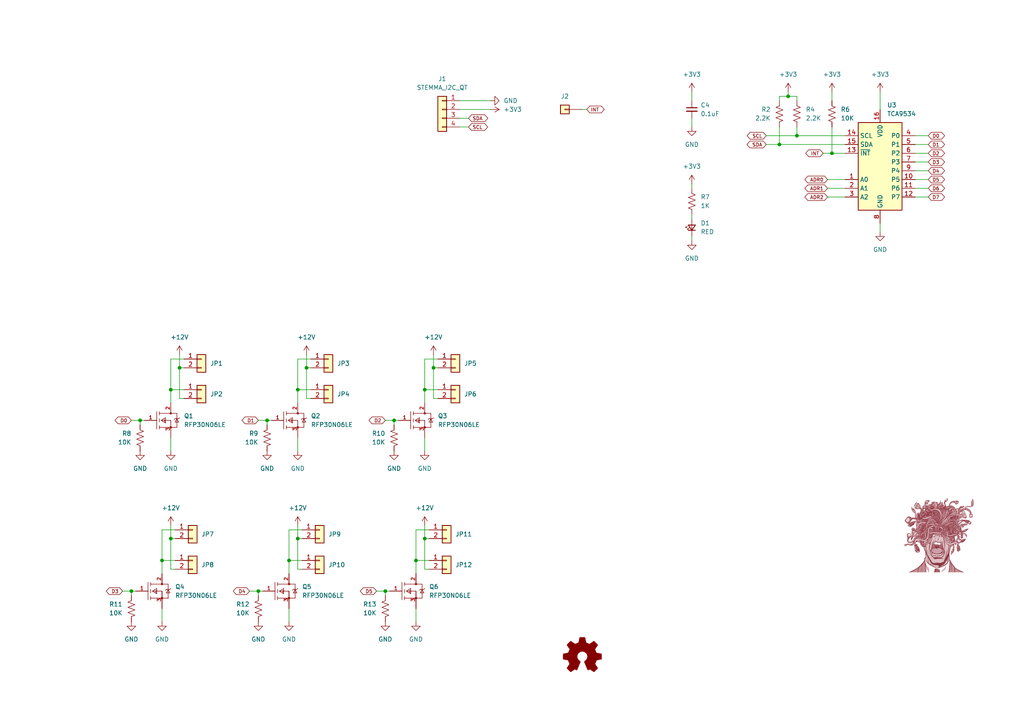
<source format=kicad_sch>
(kicad_sch (version 20211123) (generator eeschema)
  (paper "A4")
  (title_block (title "PWRBOX") (date "2022-02-03") (rev "0.1") (company "NascentMaker") (comment 1 "nascentmaker.com") (comment 2 "https://creativecommons.org/licenses/by-sa/4.0/") (comment 3 "Attribution Share-Alike 4.0 License") (comment 4 "Released under the Creative Commons"))
  (lib_symbols
    (symbol "Connector_Generic:Conn_01x01" (pin_numbers hide) (pin_names (offset 1.016) hide)
      (property "Reference" "J" (at 0 2.54 0))
      (property "Value" "Conn_01x01" (at 0 -2.54 0))
      (symbol "Conn_01x01_1_1"
        (rectangle (start -1.27 0.127) (end 0 -0.127) (stroke (width 0.1524)))
        (rectangle (start -1.27 1.27) (end 1.27 -1.27) (stroke (width 0.254)) (fill (type background)))
        (pin passive line (at -5.08 0 0) (length 3.81) (name "Pin_1") (number "1"))
      )
    )
    (symbol "Connector_Generic:Conn_01x02" (pin_names (offset 1.016) hide)
      (property "Reference" "J" (at 0 2.54 0))
      (property "Value" "Conn_01x02" (at 0 -5.08 0))
      (symbol "Conn_01x02_1_1"
        (rectangle (start -1.27 -2.413) (end 0 -2.667) (stroke (width 0.1524)))
        (rectangle (start -1.27 0.127) (end 0 -0.127) (stroke (width 0.1524)))
        (rectangle (start -1.27 1.27) (end 1.27 -3.81) (stroke (width 0.254)) (fill (type background)))
        (pin passive line (at -5.08 0 0) (length 3.81) (name "Pin_1") (number "1"))
        (pin passive line (at -5.08 -2.54 0) (length 3.81) (name "Pin_2") (number "2"))
      )
    )
    (symbol "Connector_Generic:Conn_01x04" (pin_names (offset 1.016) hide)
      (property "Reference" "J" (at 0 5.08 0))
      (property "Value" "Conn_01x04" (at 0 -7.62 0))
      (symbol "Conn_01x04_1_1"
        (rectangle (start -1.27 -4.953) (end 0 -5.207) (stroke (width 0.1524)))
        (rectangle (start -1.27 -2.413) (end 0 -2.667) (stroke (width 0.1524)))
        (rectangle (start -1.27 0.127) (end 0 -0.127) (stroke (width 0.1524)))
        (rectangle (start -1.27 2.667) (end 0 2.413) (stroke (width 0.1524)))
        (rectangle (start -1.27 3.81) (end 1.27 -6.35) (stroke (width 0.254)) (fill (type background)))
        (pin passive line (at -5.08 2.54 0) (length 3.81) (name "Pin_1") (number "1"))
        (pin passive line (at -5.08 0 0) (length 3.81) (name "Pin_2") (number "2"))
        (pin passive line (at -5.08 -2.54 0) (length 3.81) (name "Pin_3") (number "3"))
        (pin passive line (at -5.08 -5.08 0) (length 3.81) (name "Pin_4") (number "4"))
      )
    )
    (symbol "Device:C_Small" (pin_numbers hide) (pin_names (offset 0.254) hide)
      (property "Reference" "C" (at 0.254 1.778 0))
      (property "Value" "C_Small" (at 0.254 -2.032 0))
      (symbol "C_Small_0_1"
        (polyline (pts (xy -1.524 -0.508) (xy 1.524 -0.508)) (stroke (width 0.3302)))
        (polyline (pts (xy -1.524 0.508) (xy 1.524 0.508)) (stroke (width 0.3048)))
      )
      (symbol "C_Small_1_1"
        (pin passive line (at 0 2.54 270) (length 2.032) (name "~") (number "1"))
        (pin passive line (at 0 -2.54 90) (length 2.032) (name "~") (number "2"))
      )
    )
    (symbol "Device:LED_Small" (pin_numbers hide) (pin_names (offset 0.254) hide)
      (property "Reference" "D" (at -1.27 3.175 0))
      (property "Value" "LED_Small" (at -4.445 -2.54 0))
      (symbol "LED_Small_0_1"
        (polyline (pts (xy -0.762 -1.016) (xy -0.762 1.016)) (stroke (width 0.254)))
        (polyline (pts (xy 1.016 0) (xy -0.762 0)))
        (polyline (pts (xy 0.762 -1.016) (xy -0.762 0) (xy 0.762 1.016) (xy 0.762 -1.016)) (stroke (width 0.254)))
        (polyline (pts (xy 0 0.762) (xy -0.508 1.27) (xy -0.254 1.27) (xy -0.508 1.27) (xy -0.508 1.016)))
        (polyline (pts (xy 0.508 1.27) (xy 0 1.778) (xy 0.254 1.778) (xy 0 1.778) (xy 0 1.524)))
      )
      (symbol "LED_Small_1_1"
        (pin passive line (at -2.54 0 0) (length 1.778) (name "K") (number "1"))
        (pin passive line (at 2.54 0 180) (length 1.778) (name "A") (number "2"))
      )
    )
    (symbol "Device:R_US" (pin_numbers hide) (pin_names (offset 0))
      (property "Reference" "R" (at 2.54 0 90))
      (property "Value" "R_US" (at -2.54 0 90))
      (symbol "R_US_0_1"
        (polyline (pts (xy 0 -2.286) (xy 0 -2.54)))
        (polyline (pts (xy 0 2.286) (xy 0 2.54)))
        (polyline (pts (xy 0 -0.762) (xy 1.016 -1.143) (xy 0 -1.524) (xy -1.016 -1.905) (xy 0 -2.286)))
        (polyline (pts (xy 0 0.762) (xy 1.016 0.381) (xy 0 0) (xy -1.016 -0.381) (xy 0 -0.762)))
        (polyline (pts (xy 0 2.286) (xy 1.016 1.905) (xy 0 1.524) (xy -1.016 1.143) (xy 0 0.762)))
      )
      (symbol "R_US_1_1"
        (pin passive line (at 0 3.81 270) (length 1.27) (name "~") (number "1"))
        (pin passive line (at 0 -3.81 90) (length 1.27) (name "~") (number "2"))
      )
    )
    (symbol "Graphic:Logo_Open_Hardware_Small" (pin_names (offset 1.016))
      (symbol "Logo_Open_Hardware_Small_0_1"
        (polyline (pts (xy 3.3528 -4.3434) (xy 3.302 -4.318) (xy 3.175 -4.2418) (xy 2.9972 -4.1148) (xy 2.7686 -3.9624) (xy 2.54 -3.81) (xy 2.3622 -3.7084) (xy 2.2352 -3.6068) (xy 2.1844 -3.5814) (xy 2.159 -3.6068) (xy 2.0574 -3.6576) (xy 1.905 -3.7338) (xy 1.8034 -3.7846) (xy 1.6764 -3.8354) (xy 1.6002 -3.8354) (xy 1.6002 -3.8354) (xy 1.5494 -3.7338) (xy 1.4732 -3.5306) (xy 1.3462 -3.302) (xy 1.2446 -3.0226) (xy 1.1176 -2.7178) (xy 0.9652 -2.413) (xy 0.8636 -2.1082) (xy 0.7366 -1.8288) (xy 0.6604 -1.6256) (xy 0.6096 -1.4732) (xy 0.5842 -1.397) (xy 0.5842 -1.397) (xy 0.6604 -1.3208) (xy 0.7874 -1.2446) (xy 1.0414 -1.016) (xy 1.2954 -0.6858) (xy 1.4478 -0.3302) (xy 1.524 0.0762) (xy 1.4732 0.4572) (xy 1.3208 0.8128) (xy 1.0668 1.143) (xy 0.762 1.3716) (xy 0.4064 1.524) (xy 0 1.5748) (xy -0.381 1.5494) (xy -0.7366 1.397) (xy -1.0668 1.143) (xy -1.2192 0.9906) (xy -1.397 0.6604) (xy -1.524 0.3048) (xy -1.524 0.2286) (xy -1.4986 -0.1778) (xy -1.397 -0.5334) (xy -1.1938 -0.8636) (xy -0.9144 -1.143) (xy -0.8636 -1.1684) (xy -0.7366 -1.27) (xy -0.635 -1.3462) (xy -0.5842 -1.397) (xy -1.0668 -2.5908) (xy -1.143 -2.794) (xy -1.2954 -3.1242) (xy -1.397 -3.4036) (xy -1.4986 -3.6322) (xy -1.5748 -3.7846) (xy -1.6002 -3.8354) (xy -1.6002 -3.8354) (xy -1.651 -3.8354) (xy -1.7272 -3.81) (xy -1.905 -3.7338) (xy -2.0066 -3.683) (xy -2.1336 -3.6068) (xy -2.2098 -3.5814) (xy -2.2606 -3.6068) (xy -2.3622 -3.683) (xy -2.54 -3.81) (xy -2.7686 -3.9624) (xy -2.9718 -4.0894) (xy -3.1496 -4.2164) (xy -3.302 -4.318) (xy -3.3528 -4.3434) (xy -3.3782 -4.3434) (xy -3.429 -4.318) (xy -3.5306 -4.2164) (xy -3.7084 -4.064) (xy -3.937 -3.8354) (xy -3.9624 -3.81) (xy -4.1656 -3.6068) (xy -4.318 -3.4544) (xy -4.4196 -3.3274) (xy -4.445 -3.2766) (xy -4.445 -3.2766) (xy -4.4196 -3.2258) (xy -4.318 -3.0734) (xy -4.2164 -2.8956) (xy -4.064 -2.667) (xy -3.6576 -2.0828) (xy -3.8862 -1.5494) (xy -3.937 -1.3716) (xy -4.0386 -1.1684) (xy -4.0894 -1.0414) (xy -4.1148 -0.9652) (xy -4.191 -0.9398) (xy -4.318 -0.9144) (xy -4.5466 -0.8636) (xy -4.8006 -0.8128) (xy -5.0546 -0.7874) (xy -5.2578 -0.7366) (xy -5.4356 -0.7112) (xy -5.5118 -0.6858) (xy -5.5118 -0.6858) (xy -5.5372 -0.635) (xy -5.5372 -0.5588) (xy -5.5372 -0.4318) (xy -5.5626 -0.2286) (xy -5.5626 0.0762) (xy -5.5626 0.127) (xy -5.5372 0.4064) (xy -5.5372 0.635) (xy -5.5372 0.762) (xy -5.5372 0.8382) (xy -5.5372 0.8382) (xy -5.461 0.8382) (xy -5.3086 0.889) (xy -5.08 0.9144) (xy -4.826 0.9652) (xy -4.8006 0.9906) (xy -4.5466 1.0414) (xy -4.318 1.0668) (xy -4.1656 1.1176) (xy -4.0894 1.143) (xy -4.0894 1.143) (xy -4.0386 1.2446) (xy -3.9624 1.4224) (xy -3.8608 1.6256) (xy -3.7846 1.8288) (xy -3.7084 2.0066) (xy -3.6576 2.159) (xy -3.6322 2.2098) (xy -3.6322 2.2098) (xy -3.683 2.286) (xy -3.7592 2.413) (xy -3.8862 2.5908) (xy -4.064 2.8194) (xy -4.064 2.8448) (xy -4.2164 3.0734) (xy -4.3434 3.2512) (xy -4.4196 3.3782) (xy -4.445 3.4544) (xy -4.445 3.4544) (xy -4.3942 3.5052) (xy -4.2926 3.6322) (xy -4.1148 3.81) (xy -3.937 4.0132) (xy -3.8608 4.064) (xy -3.6576 4.2926) (xy -3.5052 4.4196) (xy -3.4036 4.4958) (xy -3.3528 4.5212) (xy -3.3528 4.5212) (xy -3.302 4.4704) (xy -3.1496 4.3688) (xy -2.9718 4.2418) (xy -2.7432 4.0894) (xy -2.7178 4.0894) (xy -2.4892 3.937) (xy -2.3114 3.81) (xy -2.1844 3.7084) (xy -2.1336 3.683) (xy -2.1082 3.683) (xy -2.032 3.7084) (xy -1.8542 3.7592) (xy -1.6764 3.8354) (xy -1.4732 3.937) (xy -1.27 4.0132) (xy -1.143 4.064) (xy -1.0668 4.1148) (xy -1.0668 4.1148) (xy -1.0414 4.191) (xy -1.016 4.3434) (xy -0.9652 4.572) (xy -0.9144 4.8514) (xy -0.889 4.9022) (xy -0.8382 5.1562) (xy -0.8128 5.3848) (xy -0.7874 5.5372) (xy -0.762 5.588) (xy -0.7112 5.6134) (xy -0.5842 5.6134) (xy -0.4064 5.6134) (xy -0.1524 5.6134) (xy 0.0762 5.6134) (xy 0.3302 5.6134) (xy 0.5334 5.6134) (xy 0.6858 5.588) (xy 0.7366 5.588) (xy 0.7366 5.588) (xy 0.762 5.5118) (xy 0.8128 5.334) (xy 0.8382 5.1054) (xy 0.9144 4.826) (xy 0.9144 4.7752) (xy 0.9652 4.5212) (xy 1.016 4.2926) (xy 1.0414 4.1402) (xy 1.0668 4.0894) (xy 1.0668 4.0894) (xy 1.1938 4.0386) (xy 1.3716 3.9624) (xy 1.5748 3.8608) (xy 2.0828 3.6576) (xy 2.7178 4.0894) (xy 2.7686 4.1402) (xy 2.9972 4.2926) (xy 3.175 4.4196) (xy 3.302 4.4958) (xy 3.3782 4.5212) (xy 3.3782 4.5212) (xy 3.429 4.4704) (xy 3.556 4.3434) (xy 3.7338 4.191) (xy 3.9116 3.9878) (xy 4.064 3.8354) (xy 4.2418 3.6576) (xy 4.3434 3.556) (xy 4.4196 3.4798) (xy 4.4196 3.429) (xy 4.4196 3.4036) (xy 4.3942 3.3274) (xy 4.2926 3.2004) (xy 4.1656 2.9972) (xy 4.0132 2.794) (xy 3.8862 2.5908) (xy 3.7592 2.3876) (xy 3.6576 2.2352) (xy 3.6322 2.159) (xy 3.6322 2.1336) (xy 3.683 2.0066) (xy 3.7592 1.8288) (xy 3.8608 1.6002) (xy 4.064 1.1176) (xy 4.3942 1.0414) (xy 4.5974 1.016) (xy 4.8768 0.9652) (xy 5.1308 0.9144) (xy 5.5372 0.8382) (xy 5.5626 -0.6604) (xy 5.4864 -0.6858) (xy 5.4356 -0.6858) (xy 5.2832 -0.7366) (xy 5.0546 -0.762) (xy 4.8006 -0.8128) (xy 4.5974 -0.8636) (xy 4.3688 -0.9144) (xy 4.2164 -0.9398) (xy 4.1402 -0.9398) (xy 4.1148 -0.9652) (xy 4.064 -1.0668) (xy 3.9878 -1.2446) (xy 3.9116 -1.4478) (xy 3.81 -1.651) (xy 3.7338 -1.8542) (xy 3.683 -2.0066) (xy 3.6576 -2.0828) (xy 3.683 -2.1336) (xy 3.7846 -2.2606) (xy 3.8862 -2.4638) (xy 4.0386 -2.667) (xy 4.191 -2.8956) (xy 4.318 -3.0734) (xy 4.3942 -3.2004) (xy 4.445 -3.2766) (xy 4.4196 -3.3274) (xy 4.3434 -3.429) (xy 4.1656 -3.5814) (xy 3.937 -3.8354) (xy 3.8862 -3.8608) (xy 3.683 -4.064) (xy 3.5306 -4.2164) (xy 3.4036 -4.318) (xy 3.3528 -4.3434)) (fill (type outline)))
      )
    )
    (symbol "Interface_Expansion:TCA9534"
      (property "Reference" "U" (at -6.35 12.7 0))
      (property "Value" "TCA9534" (at 2.54 12.7 0))
      (symbol "TCA9534_0_1"
        (rectangle (start -6.35 -13.97) (end 6.35 11.43) (stroke (width 0.254)) (fill (type background)))
      )
      (symbol "TCA9534_1_1"
        (pin input line (at -10.16 -5.08 0) (length 3.81) (name "A0") (number "1"))
        (pin bidirectional line (at 10.16 -5.08 180) (length 3.81) (name "P5") (number "10"))
        (pin bidirectional line (at 10.16 -7.62 180) (length 3.81) (name "P6") (number "11"))
        (pin bidirectional line (at 10.16 -10.16 180) (length 3.81) (name "P7") (number "12"))
        (pin open_collector line (at -10.16 2.54 0) (length 3.81) (name "~{INT}") (number "13"))
        (pin input line (at -10.16 7.62 0) (length 3.81) (name "SCL") (number "14"))
        (pin bidirectional line (at -10.16 5.08 0) (length 3.81) (name "SDA") (number "15"))
        (pin power_in line (at 0 15.24 270) (length 3.81) (name "VDD") (number "16"))
        (pin input line (at -10.16 -7.62 0) (length 3.81) (name "A1") (number "2"))
        (pin input line (at -10.16 -10.16 0) (length 3.81) (name "A2") (number "3"))
        (pin bidirectional line (at 10.16 7.62 180) (length 3.81) (name "P0") (number "4"))
        (pin bidirectional line (at 10.16 5.08 180) (length 3.81) (name "P1") (number "5"))
        (pin bidirectional line (at 10.16 2.54 180) (length 3.81) (name "P2") (number "6"))
        (pin bidirectional line (at 10.16 0 180) (length 3.81) (name "P3") (number "7"))
        (pin power_in line (at 0 -17.78 90) (length 3.81) (name "GND") (number "8"))
        (pin bidirectional line (at 10.16 -2.54 180) (length 3.81) (name "P4") (number "9"))
      )
    )
    (symbol "Project_Library:RFP30N06LE" (pin_names (offset 1.016))
      (property "Reference" "Q" (at 0 7.62 0))
      (property "Value" "RFP30N06LE" (at 0 10.16 0))
      (symbol "RFP30N06LE_1_1"
        (polyline (pts (xy 6.096 -2.54) (xy 6.096 2.54)))
        (polyline (pts (xy 6.858 -2.032) (xy 10.16 -2.032)))
        (polyline (pts (xy 6.858 -1.524) (xy 6.858 -2.54)))
        (polyline (pts (xy 6.858 0.508) (xy 6.858 -0.508)))
        (polyline (pts (xy 6.858 1.524) (xy 6.858 2.54)))
        (polyline (pts (xy 6.858 2.032) (xy 10.16 2.032)))
        (polyline (pts (xy 7.366 0) (xy 8.636 -0.762)))
        (polyline (pts (xy 7.366 0) (xy 8.636 0.762)))
        (polyline (pts (xy 7.62 0) (xy 10.16 0)))
        (polyline (pts (xy 8.382 0.254) (xy 8.382 -0.508)))
        (polyline (pts (xy 8.636 0.762) (xy 8.636 -0.762)))
        (polyline (pts (xy 10.16 -2.032) (xy 11.938 -2.032)))
        (polyline (pts (xy 11.43 -0.508) (xy 12.446 -0.508)))
        (polyline (pts (xy 11.43 0.508) (xy 11.176 0.254)))
        (polyline (pts (xy 11.938 -2.032) (xy 11.938 2.032)))
        (polyline (pts (xy 11.938 0.508) (xy 11.43 -0.508)))
        (polyline (pts (xy 11.938 0.508) (xy 11.43 0.508)))
        (polyline (pts (xy 11.938 0.508) (xy 12.446 0.508)))
        (polyline (pts (xy 11.938 2.032) (xy 10.16 2.032)))
        (polyline (pts (xy 12.446 -0.508) (xy 11.938 0.508)))
        (polyline (pts (xy 12.446 0.508) (xy 12.7 0.762)))
        (circle (center 10.16 -2.032) (radius 0.254))
        (circle (center 10.16 2.032) (radius 0.254))
        (pin unspecified line (at 2.54 0 0) (length 3.556) (name "GATE") (number "1"))
        (pin unspecified line (at 10.16 5.08 270) (length 3.048) (name "DRAIN") (number "2"))
        (pin unspecified line (at 10.16 -5.08 90) (length 5.08) (name "SOURCE") (number "3"))
      )
    )
    (symbol "power:+12V" (power) (pin_names (offset 0))
      (property "Value" "+12V" (at 0 3.556 0))
      (symbol "+12V_0_1"
        (polyline (pts (xy -0.762 1.27) (xy 0 2.54)))
        (polyline (pts (xy 0 0) (xy 0 2.54)))
        (polyline (pts (xy 0 2.54) (xy 0.762 1.27)))
      )
      (symbol "+12V_1_1"
        (pin power_in line (at 0 0 90) (length 0) hide (name "+12V") (number "1"))
      )
    )
    (symbol "power:+3V3" (power) (pin_names (offset 0))
      (property "Value" "+3V3" (at 0 3.556 0))
      (symbol "+3V3_0_1"
        (polyline (pts (xy -0.762 1.27) (xy 0 2.54)))
        (polyline (pts (xy 0 0) (xy 0 2.54)))
        (polyline (pts (xy 0 2.54) (xy 0.762 1.27)))
      )
      (symbol "+3V3_1_1"
        (pin power_in line (at 0 0 90) (length 0) hide (name "+3V3") (number "1"))
      )
    )
    (symbol "power:GND" (power) (pin_names (offset 0))
      (property "Value" "GND" (at 0 -3.81 0))
      (symbol "GND_0_1"
        (polyline (pts (xy 0 0) (xy 0 -1.27) (xy 1.27 -1.27) (xy 0 -2.54) (xy -1.27 -1.27) (xy 0 -1.27)))
      )
      (symbol "GND_1_1"
        (pin power_in line (at 0 0 270) (length 0) hide (name "GND") (number "1"))
      )
    )
  )
  (junction (at 231.14 39.37))
  (junction (at 77.47 121.92))
  (junction (at 120.65 162.56))
  (junction (at 125.73 106.68))
  (junction (at 88.9 106.68))
  (junction (at 86.36 113.03))
  (junction (at 111.76 171.45))
  (junction (at 49.53 113.03))
  (junction (at 241.3 44.45))
  (junction (at 228.6 27.94))
  (junction (at 83.82 162.56))
  (junction (at 74.93 171.45))
  (junction (at 226.06 41.91))
  (junction (at 49.53 156.21))
  (junction (at 86.36 156.21))
  (junction (at 40.64 121.92))
  (junction (at 123.19 113.03))
  (junction (at 123.19 156.21))
  (junction (at 38.1 171.45))
  (junction (at 46.99 162.56))
  (junction (at 52.07 106.68))
  (junction (at 114.3 121.92))
  (wire (pts (xy 265.43 46.99) (xy 269.24 46.99)))
  (wire (pts (xy 114.3 121.92) (xy 114.3 123.19)))
  (wire (pts (xy 238.76 44.45) (xy 241.3 44.45)))
  (wire (pts (xy 200.66 68.58) (xy 200.66 69.85)))
  (wire (pts (xy 241.3 44.45) (xy 245.11 44.45)))
  (wire (pts (xy 124.46 165.1) (xy 123.19 165.1)))
  (wire (pts (xy 46.99 176.53) (xy 46.99 180.34)))
  (wire (pts (xy 90.17 115.57) (xy 88.9 115.57)))
  (wire (pts (xy 38.1 171.45) (xy 39.37 171.45)))
  (wire (pts (xy 83.82 176.53) (xy 83.82 180.34)))
  (wire (pts (xy 127 115.57) (xy 125.73 115.57)))
  (wire (pts (xy 240.03 52.07) (xy 245.11 52.07)))
  (wire (pts (xy 133.35 29.21) (xy 142.24 29.21)))
  (wire (pts (xy 265.43 41.91) (xy 269.24 41.91)))
  (wire (pts (xy 120.65 162.56) (xy 120.65 166.37)))
  (wire (pts (xy 240.03 54.61) (xy 245.11 54.61)))
  (wire (pts (xy 125.73 115.57) (xy 125.73 106.68)))
  (wire (pts (xy 265.43 44.45) (xy 269.24 44.45)))
  (wire (pts (xy 125.73 106.68) (xy 125.73 102.87)))
  (wire (pts (xy 200.66 53.34) (xy 200.66 54.61)))
  (wire (pts (xy 124.46 156.21) (xy 123.19 156.21)))
  (wire (pts (xy 86.36 113.03) (xy 90.17 113.03)))
  (wire (pts (xy 222.25 41.91) (xy 226.06 41.91)))
  (wire (pts (xy 123.19 127) (xy 123.19 130.81)))
  (wire (pts (xy 83.82 162.56) (xy 87.63 162.56)))
  (wire (pts (xy 133.35 31.75) (xy 142.24 31.75)))
  (wire (pts (xy 46.99 162.56) (xy 46.99 166.37)))
  (wire (pts (xy 77.47 121.92) (xy 77.47 123.19)))
  (wire (pts (xy 50.8 156.21) (xy 49.53 156.21)))
  (wire (pts (xy 87.63 156.21) (xy 86.36 156.21)))
  (wire (pts (xy 83.82 153.67) (xy 83.82 162.56)))
  (wire (pts (xy 120.65 176.53) (xy 120.65 180.34)))
  (wire (pts (xy 231.14 27.94) (xy 231.14 29.21)))
  (wire (pts (xy 123.19 113.03) (xy 127 113.03)))
  (wire (pts (xy 86.36 165.1) (xy 86.36 156.21)))
  (wire (pts (xy 74.93 171.45) (xy 76.2 171.45)))
  (wire (pts (xy 72.39 171.45) (xy 74.93 171.45)))
  (wire (pts (xy 123.19 113.03) (xy 123.19 116.84)))
  (wire (pts (xy 133.35 34.29) (xy 135.89 34.29)))
  (wire (pts (xy 265.43 57.15) (xy 269.24 57.15)))
  (wire (pts (xy 86.36 113.03) (xy 86.36 116.84)))
  (wire (pts (xy 123.19 156.21) (xy 123.19 152.4)))
  (wire (pts (xy 40.64 121.92) (xy 41.91 121.92)))
  (wire (pts (xy 46.99 162.56) (xy 50.8 162.56)))
  (wire (pts (xy 231.14 36.83) (xy 231.14 39.37)))
  (wire (pts (xy 120.65 162.56) (xy 124.46 162.56)))
  (wire (pts (xy 49.53 156.21) (xy 49.53 152.4)))
  (wire (pts (xy 240.03 57.15) (xy 245.11 57.15)))
  (wire (pts (xy 226.06 29.21) (xy 226.06 27.94)))
  (wire (pts (xy 123.19 165.1) (xy 123.19 156.21)))
  (wire (pts (xy 38.1 121.92) (xy 40.64 121.92)))
  (wire (pts (xy 255.27 64.77) (xy 255.27 67.31)))
  (wire (pts (xy 46.99 153.67) (xy 46.99 162.56)))
  (wire (pts (xy 124.46 153.67) (xy 120.65 153.67)))
  (wire (pts (xy 133.35 36.83) (xy 135.89 36.83)))
  (wire (pts (xy 226.06 27.94) (xy 228.6 27.94)))
  (wire (pts (xy 90.17 104.14) (xy 86.36 104.14)))
  (wire (pts (xy 231.14 39.37) (xy 245.11 39.37)))
  (wire (pts (xy 127 106.68) (xy 125.73 106.68)))
  (wire (pts (xy 90.17 106.68) (xy 88.9 106.68)))
  (wire (pts (xy 77.47 121.92) (xy 78.74 121.92)))
  (wire (pts (xy 226.06 41.91) (xy 245.11 41.91)))
  (wire (pts (xy 83.82 162.56) (xy 83.82 166.37)))
  (wire (pts (xy 265.43 52.07) (xy 269.24 52.07)))
  (wire (pts (xy 228.6 26.67) (xy 228.6 27.94)))
  (wire (pts (xy 49.53 113.03) (xy 53.34 113.03)))
  (wire (pts (xy 228.6 27.94) (xy 231.14 27.94)))
  (wire (pts (xy 40.64 121.92) (xy 40.64 123.19)))
  (wire (pts (xy 200.66 34.29) (xy 200.66 36.83)))
  (wire (pts (xy 38.1 171.45) (xy 38.1 172.72)))
  (wire (pts (xy 87.63 165.1) (xy 86.36 165.1)))
  (wire (pts (xy 86.36 156.21) (xy 86.36 152.4)))
  (wire (pts (xy 50.8 153.67) (xy 46.99 153.67)))
  (wire (pts (xy 120.65 153.67) (xy 120.65 162.56)))
  (wire (pts (xy 241.3 36.83) (xy 241.3 44.45)))
  (wire (pts (xy 53.34 106.68) (xy 52.07 106.68)))
  (wire (pts (xy 222.25 39.37) (xy 231.14 39.37)))
  (wire (pts (xy 168.91 31.75) (xy 170.18 31.75)))
  (wire (pts (xy 109.22 171.45) (xy 111.76 171.45)))
  (wire (pts (xy 49.53 104.14) (xy 49.53 113.03)))
  (wire (pts (xy 86.36 127) (xy 86.36 130.81)))
  (wire (pts (xy 111.76 121.92) (xy 114.3 121.92)))
  (wire (pts (xy 74.93 121.92) (xy 77.47 121.92)))
  (wire (pts (xy 226.06 36.83) (xy 226.06 41.91)))
  (wire (pts (xy 265.43 49.53) (xy 269.24 49.53)))
  (wire (pts (xy 88.9 106.68) (xy 88.9 102.87)))
  (wire (pts (xy 87.63 153.67) (xy 83.82 153.67)))
  (wire (pts (xy 86.36 104.14) (xy 86.36 113.03)))
  (wire (pts (xy 111.76 171.45) (xy 111.76 172.72)))
  (wire (pts (xy 200.66 26.67) (xy 200.66 29.21)))
  (wire (pts (xy 53.34 115.57) (xy 52.07 115.57)))
  (wire (pts (xy 49.53 165.1) (xy 49.53 156.21)))
  (wire (pts (xy 50.8 165.1) (xy 49.53 165.1)))
  (wire (pts (xy 127 104.14) (xy 123.19 104.14)))
  (wire (pts (xy 265.43 54.61) (xy 269.24 54.61)))
  (wire (pts (xy 111.76 171.45) (xy 113.03 171.45)))
  (wire (pts (xy 49.53 127) (xy 49.53 130.81)))
  (wire (pts (xy 49.53 113.03) (xy 49.53 116.84)))
  (wire (pts (xy 265.43 39.37) (xy 269.24 39.37)))
  (wire (pts (xy 88.9 115.57) (xy 88.9 106.68)))
  (wire (pts (xy 114.3 121.92) (xy 115.57 121.92)))
  (wire (pts (xy 35.56 171.45) (xy 38.1 171.45)))
  (wire (pts (xy 74.93 171.45) (xy 74.93 172.72)))
  (wire (pts (xy 52.07 106.68) (xy 52.07 102.87)))
  (wire (pts (xy 200.66 62.23) (xy 200.66 63.5)))
  (wire (pts (xy 255.27 26.67) (xy 255.27 31.75)))
  (wire (pts (xy 123.19 104.14) (xy 123.19 113.03)))
  (wire (pts (xy 241.3 26.67) (xy 241.3 29.21)))
  (wire (pts (xy 53.34 104.14) (xy 49.53 104.14)))
  (wire (pts (xy 52.07 115.57) (xy 52.07 106.68)))
  (image (at 272.3314 155.273) (scale 0.317628))
  (global_label "D2" (shape bidirectional) (at 111.76 121.92 180) (effects (font (size 1 1))) (property "Intersheet References" "${INTERSHEET_REFS}" (effects hide)))
  (global_label "SDA" (shape bidirectional) (at 222.25 41.91 180) (effects (font (size 1 1))) (property "Intersheet References" "${INTERSHEET_REFS}" (effects hide)))
  (global_label "ADR1" (shape bidirectional) (at 240.03 54.61 180) (effects (font (size 1 1))) (property "Intersheet References" "${INTERSHEET_REFS}" (effects hide)))
  (global_label "D7" (shape bidirectional) (at 269.24 57.15 0) (effects (font (size 1 1))) (property "Intersheet References" "${INTERSHEET_REFS}" (effects hide)))
  (global_label "SDA" (shape bidirectional) (at 135.89 34.29 0) (effects (font (size 1 1))) (property "Intersheet References" "${INTERSHEET_REFS}" (effects hide)))
  (global_label "D3" (shape bidirectional) (at 35.56 171.45 180) (effects (font (size 1 1))) (property "Intersheet References" "${INTERSHEET_REFS}" (effects hide)))
  (global_label "SCL" (shape bidirectional) (at 135.89 36.83 0) (effects (font (size 1 1))) (property "Intersheet References" "${INTERSHEET_REFS}" (effects hide)))
  (global_label "D5" (shape bidirectional) (at 269.24 52.07 0) (effects (font (size 1 1))) (property "Intersheet References" "${INTERSHEET_REFS}" (effects hide)))
  (global_label "D2" (shape bidirectional) (at 269.24 44.45 0) (effects (font (size 1 1))) (property "Intersheet References" "${INTERSHEET_REFS}" (effects hide)))
  (global_label "INT" (shape bidirectional) (at 238.76 44.45 180) (effects (font (size 1 1))) (property "Intersheet References" "${INTERSHEET_REFS}" (effects hide)))
  (global_label "D4" (shape bidirectional) (at 72.39 171.45 180) (effects (font (size 1 1))) (property "Intersheet References" "${INTERSHEET_REFS}" (effects hide)))
  (global_label "SCL" (shape bidirectional) (at 222.25 39.37 180) (effects (font (size 1 1))) (property "Intersheet References" "${INTERSHEET_REFS}" (effects hide)))
  (global_label "D5" (shape bidirectional) (at 109.22 171.45 180) (effects (font (size 1 1))) (property "Intersheet References" "${INTERSHEET_REFS}" (effects hide)))
  (global_label "D3" (shape bidirectional) (at 269.24 46.99 0) (effects (font (size 1 1))) (property "Intersheet References" "${INTERSHEET_REFS}" (effects hide)))
  (global_label "D0" (shape bidirectional) (at 38.1 121.92 180) (effects (font (size 1 1))) (property "Intersheet References" "${INTERSHEET_REFS}" (effects hide)))
  (global_label "D4" (shape bidirectional) (at 269.24 49.53 0) (effects (font (size 1 1))) (property "Intersheet References" "${INTERSHEET_REFS}" (effects hide)))
  (global_label "ADR0" (shape bidirectional) (at 240.03 52.07 180) (effects (font (size 1 1))) (property "Intersheet References" "${INTERSHEET_REFS}" (effects hide)))
  (global_label "D0" (shape bidirectional) (at 269.24 39.37 0) (effects (font (size 1 1))) (property "Intersheet References" "${INTERSHEET_REFS}" (effects hide)))
  (global_label "D6" (shape bidirectional) (at 269.24 54.61 0) (effects (font (size 1 1))) (property "Intersheet References" "${INTERSHEET_REFS}" (effects hide)))
  (global_label "ADR2" (shape bidirectional) (at 240.03 57.15 180) (effects (font (size 1 1))) (property "Intersheet References" "${INTERSHEET_REFS}" (effects hide)))
  (global_label "D1" (shape bidirectional) (at 269.24 41.91 0) (effects (font (size 1 1))) (property "Intersheet References" "${INTERSHEET_REFS}" (effects hide)))
  (global_label "INT" (shape bidirectional) (at 170.18 31.75 0) (effects (font (size 1 1))) (property "Intersheet References" "${INTERSHEET_REFS}" (effects hide)))
  (global_label "D1" (shape bidirectional) (at 74.93 121.92 180) (effects (font (size 1 1))) (property "Intersheet References" "${INTERSHEET_REFS}" (effects hide)))
  (symbol (lib_id "Project_Library:RFP30N06LE") (at 73.66 171.45 0) (unit 1)
    (property "Reference" "Q5" (at 87.63 170.1799 0) (effects (justify left)))
    (property "Value" "RFP30N06LE" (at 87.63 172.7199 0) (effects (justify left)))
    (property "Footprint" "Fairchild-RFP30N06LE-*" (effects hide))
    (property "Datasheet" "https://media.digikey.com/pdf/Data%20Sheets/Fairchild%20PDFs/RFP30N06LE_RF1S30N06LESM.pdf" (effects hide))
    (property "category" "Trans" (effects hide))
    (property "digikey description" "MOSFET N-CH 60V 30A TO-220AB" (effects hide))
    (property "digikey part number" "RFP30N06LE-ND" (effects hide))
    (property "ipc land pattern name" "TO-220" (effects hide))
    (property "lead free" "yes" (effects hide))
    (property "library id" "c9b4580f0b199f22" (effects hide))
    (property "manufacturer" "Fairchild" (effects hide))
    (property "mouser part number" "512-RFP30N06LE" (effects hide))
    (property "package" "TO-220AB" (effects hide))
    (property "rohs" "yes" (effects hide))
    (property "temperature range high" "+175°C" (effects hide))
    (property "temperature range low" "-55°C" (effects hide))
  )
  (symbol (lib_id "Device:R_US") (at 77.47 127 0) (mirror x) (unit 1)
    (property "Reference" "R9" (at 74.93 125.7299 0) (effects (justify right)))
    (property "Value" "10K" (at 74.93 128.2699 0) (effects (justify right)))
  )
  (symbol (lib_id "Connector_Generic:Conn_01x02") (at 95.25 104.14 0) (unit 1)
    (property "Reference" "JP3" (at 97.79 105.4099 0) (effects (justify left)))
    (property "Value" "Conn_01x02" (effects hide))
  )
  (symbol (lib_id "power:+12V") (at 123.19 152.4 0) (unit 1)
    (property "Reference" "#PWR?" (effects hide))
    (property "Value" "+12V" (at 123.19 147.32 0))
  )
  (symbol (lib_id "power:+3V3") (at 200.66 26.67 0) (unit 1)
    (property "Reference" "#PWR0107" (effects hide))
    (property "Value" "+3V3" (at 200.66 21.59 0))
  )
  (symbol (lib_id "power:+12V") (at 86.36 152.4 0) (unit 1)
    (property "Reference" "#PWR?" (effects hide))
    (property "Value" "+12V" (at 86.36 147.32 0))
  )
  (symbol (lib_id "power:GND") (at 40.64 130.81 0) (unit 1)
    (property "Reference" "#PWR?" (effects hide))
    (property "Value" "GND" (at 40.64 135.89 0))
  )
  (symbol (lib_id "power:GND") (at 114.3 130.81 0) (unit 1)
    (property "Reference" "#PWR?" (effects hide))
    (property "Value" "GND" (at 114.3 135.89 0))
  )
  (symbol (lib_id "power:+3V3") (at 241.3 26.67 0) (unit 1)
    (property "Reference" "#PWR0105" (effects hide))
    (property "Value" "+3V3" (at 241.3 21.59 0))
  )
  (symbol (lib_id "Graphic:Logo_Open_Hardware_Small") (at 168.91 190.5 0) (unit 1)
    (property "Reference" "#LOGO1" (effects hide))
    (property "Value" "Logo_Open_Hardware_Small" (effects hide))
  )
  (symbol (lib_id "Connector_Generic:Conn_01x02") (at 132.08 113.03 0) (unit 1)
    (property "Reference" "JP6" (at 134.62 114.2999 0) (effects (justify left)))
    (property "Value" "Conn_01x02" (effects hide))
  )
  (symbol (lib_id "Project_Library:RFP30N06LE") (at 36.83 171.45 0) (unit 1)
    (property "Reference" "Q4" (at 50.8 170.1799 0) (effects (justify left)))
    (property "Value" "RFP30N06LE" (at 50.8 172.7199 0) (effects (justify left)))
    (property "Footprint" "Fairchild-RFP30N06LE-*" (effects hide))
    (property "Datasheet" "https://media.digikey.com/pdf/Data%20Sheets/Fairchild%20PDFs/RFP30N06LE_RF1S30N06LESM.pdf" (effects hide))
    (property "category" "Trans" (effects hide))
    (property "digikey description" "MOSFET N-CH 60V 30A TO-220AB" (effects hide))
    (property "digikey part number" "RFP30N06LE-ND" (effects hide))
    (property "ipc land pattern name" "TO-220" (effects hide))
    (property "lead free" "yes" (effects hide))
    (property "library id" "c9b4580f0b199f22" (effects hide))
    (property "manufacturer" "Fairchild" (effects hide))
    (property "mouser part number" "512-RFP30N06LE" (effects hide))
    (property "package" "TO-220AB" (effects hide))
    (property "rohs" "yes" (effects hide))
    (property "temperature range high" "+175°C" (effects hide))
    (property "temperature range low" "-55°C" (effects hide))
  )
  (symbol (lib_id "power:+3V3") (at 228.6 26.67 0) (unit 1)
    (property "Reference" "#PWR0104" (effects hide))
    (property "Value" "+3V3" (at 228.6 21.59 0))
  )
  (symbol (lib_id "Connector_Generic:Conn_01x02") (at 95.25 113.03 0) (unit 1)
    (property "Reference" "JP4" (at 97.79 114.2999 0) (effects (justify left)))
    (property "Value" "Conn_01x02" (effects hide))
  )
  (symbol (lib_id "Connector_Generic:Conn_01x02") (at 132.08 104.14 0) (unit 1)
    (property "Reference" "JP5" (at 134.62 105.4099 0) (effects (justify left)))
    (property "Value" "Conn_01x02" (effects hide))
  )
  (symbol (lib_id "Connector_Generic:Conn_01x02") (at 55.88 153.67 0) (unit 1)
    (property "Reference" "JP7" (at 58.42 154.9399 0) (effects (justify left)))
    (property "Value" "Conn_01x02" (effects hide))
  )
  (symbol (lib_id "Connector_Generic:Conn_01x02") (at 129.54 153.67 0) (unit 1)
    (property "Reference" "JP11" (at 132.08 154.9399 0) (effects (justify left)))
    (property "Value" "Conn_01x02" (effects hide))
  )
  (symbol (lib_id "Project_Library:RFP30N06LE") (at 39.37 121.92 0) (unit 1)
    (property "Reference" "Q1" (at 53.34 120.6499 0) (effects (justify left)))
    (property "Value" "RFP30N06LE" (at 53.34 123.1899 0) (effects (justify left)))
    (property "Footprint" "Fairchild-RFP30N06LE-*" (effects hide))
    (property "Datasheet" "https://media.digikey.com/pdf/Data%20Sheets/Fairchild%20PDFs/RFP30N06LE_RF1S30N06LESM.pdf" (effects hide))
    (property "category" "Trans" (effects hide))
    (property "digikey description" "MOSFET N-CH 60V 30A TO-220AB" (effects hide))
    (property "digikey part number" "RFP30N06LE-ND" (effects hide))
    (property "ipc land pattern name" "TO-220" (effects hide))
    (property "lead free" "yes" (effects hide))
    (property "library id" "c9b4580f0b199f22" (effects hide))
    (property "manufacturer" "Fairchild" (effects hide))
    (property "mouser part number" "512-RFP30N06LE" (effects hide))
    (property "package" "TO-220AB" (effects hide))
    (property "rohs" "yes" (effects hide))
    (property "temperature range high" "+175°C" (effects hide))
    (property "temperature range low" "-55°C" (effects hide))
  )
  (symbol (lib_id "Device:R_US") (at 241.3 33.02 0) (unit 1)
    (property "Reference" "R6" (at 243.84 31.7499 0) (effects (justify left)))
    (property "Value" "10K" (at 243.84 34.2899 0) (effects (justify left)))
  )
  (symbol (lib_id "power:+3V3") (at 142.24 31.75 270) (unit 1)
    (property "Reference" "#PWR?" (effects hide))
    (property "Value" "+3V3" (at 146.05 31.7499 90) (effects (justify left)))
  )
  (symbol (lib_id "Project_Library:RFP30N06LE") (at 76.2 121.92 0) (unit 1)
    (property "Reference" "Q2" (at 90.17 120.6499 0) (effects (justify left)))
    (property "Value" "RFP30N06LE" (at 90.17 123.1899 0) (effects (justify left)))
    (property "Footprint" "Fairchild-RFP30N06LE-*" (effects hide))
    (property "Datasheet" "https://media.digikey.com/pdf/Data%20Sheets/Fairchild%20PDFs/RFP30N06LE_RF1S30N06LESM.pdf" (effects hide))
    (property "category" "Trans" (effects hide))
    (property "digikey description" "MOSFET N-CH 60V 30A TO-220AB" (effects hide))
    (property "digikey part number" "RFP30N06LE-ND" (effects hide))
    (property "ipc land pattern name" "TO-220" (effects hide))
    (property "lead free" "yes" (effects hide))
    (property "library id" "c9b4580f0b199f22" (effects hide))
    (property "manufacturer" "Fairchild" (effects hide))
    (property "mouser part number" "512-RFP30N06LE" (effects hide))
    (property "package" "TO-220AB" (effects hide))
    (property "rohs" "yes" (effects hide))
    (property "temperature range high" "+175°C" (effects hide))
    (property "temperature range low" "-55°C" (effects hide))
  )
  (symbol (lib_id "power:GND") (at 200.66 36.83 0) (unit 1)
    (property "Reference" "#PWR0108" (effects hide))
    (property "Value" "GND" (at 200.66 41.91 0))
  )
  (symbol (lib_id "Connector_Generic:Conn_01x02") (at 58.42 104.14 0) (unit 1)
    (property "Reference" "JP1" (at 60.96 105.4099 0) (effects (justify left)))
    (property "Value" "Conn_01x02" (effects hide))
  )
  (symbol (lib_id "power:GND") (at 111.76 180.34 0) (unit 1)
    (property "Reference" "#PWR?" (effects hide))
    (property "Value" "GND" (at 111.76 185.42 0))
  )
  (symbol (lib_id "Project_Library:RFP30N06LE") (at 110.49 171.45 0) (unit 1)
    (property "Reference" "Q6" (at 124.46 170.1799 0) (effects (justify left)))
    (property "Value" "RFP30N06LE" (at 124.46 172.7199 0) (effects (justify left)))
    (property "Footprint" "Fairchild-RFP30N06LE-*" (effects hide))
    (property "Datasheet" "https://media.digikey.com/pdf/Data%20Sheets/Fairchild%20PDFs/RFP30N06LE_RF1S30N06LESM.pdf" (effects hide))
    (property "category" "Trans" (effects hide))
    (property "digikey description" "MOSFET N-CH 60V 30A TO-220AB" (effects hide))
    (property "digikey part number" "RFP30N06LE-ND" (effects hide))
    (property "ipc land pattern name" "TO-220" (effects hide))
    (property "lead free" "yes" (effects hide))
    (property "library id" "c9b4580f0b199f22" (effects hide))
    (property "manufacturer" "Fairchild" (effects hide))
    (property "mouser part number" "512-RFP30N06LE" (effects hide))
    (property "package" "TO-220AB" (effects hide))
    (property "rohs" "yes" (effects hide))
    (property "temperature range high" "+175°C" (effects hide))
    (property "temperature range low" "-55°C" (effects hide))
  )
  (symbol (lib_id "Device:R_US") (at 38.1 176.53 0) (mirror x) (unit 1)
    (property "Reference" "R11" (at 35.56 175.2599 0) (effects (justify right)))
    (property "Value" "10K" (at 35.56 177.7999 0) (effects (justify right)))
  )
  (symbol (lib_id "Connector_Generic:Conn_01x02") (at 92.71 162.56 0) (unit 1)
    (property "Reference" "JP10" (at 95.25 163.8299 0) (effects (justify left)))
    (property "Value" "Conn_01x02" (effects hide))
  )
  (symbol (lib_id "Connector_Generic:Conn_01x02") (at 55.88 162.56 0) (unit 1)
    (property "Reference" "JP8" (at 58.42 163.8299 0) (effects (justify left)))
    (property "Value" "Conn_01x02" (effects hide))
  )
  (symbol (lib_id "power:GND") (at 49.53 130.81 0) (unit 1)
    (property "Reference" "#PWR?" (effects hide))
    (property "Value" "GND" (at 49.53 135.89 0))
  )
  (symbol (lib_id "Device:R_US") (at 226.06 33.02 0) (mirror x) (unit 1)
    (property "Reference" "R2" (at 223.52 31.7499 0) (effects (justify right)))
    (property "Value" "2.2K" (at 223.52 34.2899 0) (effects (justify right)))
  )
  (symbol (lib_id "power:+3V3") (at 255.27 26.67 0) (unit 1)
    (property "Reference" "#PWR0106" (effects hide))
    (property "Value" "+3V3" (at 255.27 21.59 0))
  )
  (symbol (lib_id "Project_Library:RFP30N06LE") (at 113.03 121.92 0) (unit 1)
    (property "Reference" "Q3" (at 127 120.6499 0) (effects (justify left)))
    (property "Value" "RFP30N06LE" (at 127 123.1899 0) (effects (justify left)))
    (property "Footprint" "Fairchild-RFP30N06LE-*" (effects hide))
    (property "Datasheet" "https://media.digikey.com/pdf/Data%20Sheets/Fairchild%20PDFs/RFP30N06LE_RF1S30N06LESM.pdf" (effects hide))
    (property "category" "Trans" (effects hide))
    (property "digikey description" "MOSFET N-CH 60V 30A TO-220AB" (effects hide))
    (property "digikey part number" "RFP30N06LE-ND" (effects hide))
    (property "ipc land pattern name" "TO-220" (effects hide))
    (property "lead free" "yes" (effects hide))
    (property "library id" "c9b4580f0b199f22" (effects hide))
    (property "manufacturer" "Fairchild" (effects hide))
    (property "mouser part number" "512-RFP30N06LE" (effects hide))
    (property "package" "TO-220AB" (effects hide))
    (property "rohs" "yes" (effects hide))
    (property "temperature range high" "+175°C" (effects hide))
    (property "temperature range low" "-55°C" (effects hide))
  )
  (symbol (lib_id "Device:LED_Small") (at 200.66 66.04 90) (unit 1)
    (property "Reference" "D1" (at 203.2 64.7064 90) (effects (justify right)))
    (property "Value" "RED" (at 203.2 67.2464 90) (effects (justify right)))
  )
  (symbol (lib_id "power:GND") (at 74.93 180.34 0) (unit 1)
    (property "Reference" "#PWR?" (effects hide))
    (property "Value" "GND" (at 74.93 185.42 0))
  )
  (symbol (lib_id "Device:R_US") (at 111.76 176.53 0) (mirror x) (unit 1)
    (property "Reference" "R13" (at 109.22 175.2599 0) (effects (justify right)))
    (property "Value" "10K" (at 109.22 177.7999 0) (effects (justify right)))
  )
  (symbol (lib_id "Device:C_Small") (at 200.66 31.75 0) (unit 1)
    (property "Reference" "C4" (at 203.2 30.4862 0) (effects (justify left)))
    (property "Value" "0.1uF" (at 203.2 33.0262 0) (effects (justify left)))
  )
  (symbol (lib_id "Interface_Expansion:TCA9534") (at 255.27 46.99 0) (unit 1)
    (property "Reference" "U3" (at 257.2894 30.48 0) (effects (justify left)))
    (property "Value" "TCA9534" (at 257.2894 33.02 0) (effects (justify left)))
    (property "Datasheet" "http://www.ti.com/lit/ds/symlink/tca9534.pdf" (effects hide))
  )
  (symbol (lib_id "power:GND") (at 83.82 180.34 0) (unit 1)
    (property "Reference" "#PWR?" (effects hide))
    (property "Value" "GND" (at 83.82 185.42 0))
  )
  (symbol (lib_id "power:GND") (at 255.27 67.31 0) (unit 1)
    (property "Reference" "#PWR0103" (effects hide))
    (property "Value" "GND" (at 255.27 72.39 0))
  )
  (symbol (lib_id "power:GND") (at 38.1 180.34 0) (unit 1)
    (property "Reference" "#PWR?" (effects hide))
    (property "Value" "GND" (at 38.1 185.42 0))
  )
  (symbol (lib_id "Connector_Generic:Conn_01x04") (at 128.27 31.75 0) (mirror y) (unit 1)
    (property "Reference" "J1" (at 128.27 22.86 0))
    (property "Value" "STEMMA_I2C_QT" (at 128.27 25.4 0))
  )
  (symbol (lib_id "power:GND") (at 123.19 130.81 0) (unit 1)
    (property "Reference" "#PWR?" (effects hide))
    (property "Value" "GND" (at 123.19 135.89 0))
  )
  (symbol (lib_id "Device:R_US") (at 231.14 33.02 0) (unit 1)
    (property "Reference" "R4" (at 233.68 31.7499 0) (effects (justify left)))
    (property "Value" "2.2K" (at 233.68 34.2899 0) (effects (justify left)))
  )
  (symbol (lib_id "Device:R_US") (at 74.93 176.53 0) (mirror x) (unit 1)
    (property "Reference" "R12" (at 72.39 175.2599 0) (effects (justify right)))
    (property "Value" "10K" (at 72.39 177.7999 0) (effects (justify right)))
  )
  (symbol (lib_id "Connector_Generic:Conn_01x02") (at 129.54 162.56 0) (unit 1)
    (property "Reference" "JP12" (at 132.08 163.8299 0) (effects (justify left)))
    (property "Value" "Conn_01x02" (effects hide))
  )
  (symbol (lib_id "power:GND") (at 77.47 130.81 0) (unit 1)
    (property "Reference" "#PWR?" (effects hide))
    (property "Value" "GND" (at 77.47 135.89 0))
  )
  (symbol (lib_id "power:GND") (at 86.36 130.81 0) (unit 1)
    (property "Reference" "#PWR?" (effects hide))
    (property "Value" "GND" (at 86.36 135.89 0))
  )
  (symbol (lib_id "Device:R_US") (at 114.3 127 0) (mirror x) (unit 1)
    (property "Reference" "R10" (at 111.76 125.7299 0) (effects (justify right)))
    (property "Value" "10K" (at 111.76 128.2699 0) (effects (justify right)))
  )
  (symbol (lib_id "power:GND") (at 46.99 180.34 0) (unit 1)
    (property "Reference" "#PWR?" (effects hide))
    (property "Value" "GND" (at 46.99 185.42 0))
  )
  (symbol (lib_id "power:GND") (at 142.24 29.21 90) (unit 1)
    (property "Reference" "#PWR?" (effects hide))
    (property "Value" "GND" (at 146.05 29.2099 90) (effects (justify right)))
  )
  (symbol (lib_id "power:+12V") (at 125.73 102.87 0) (unit 1)
    (property "Reference" "#PWR?" (effects hide))
    (property "Value" "+12V" (at 125.73 97.79 0))
  )
  (symbol (lib_id "power:+3V3") (at 200.66 53.34 0) (unit 1)
    (property "Reference" "#PWR0109" (effects hide))
    (property "Value" "+3V3" (at 200.66 48.26 0))
  )
  (symbol (lib_id "power:+12V") (at 52.07 102.87 0) (unit 1)
    (property "Reference" "#PWR?" (effects hide))
    (property "Value" "+12V" (at 52.07 97.79 0))
  )
  (symbol (lib_id "Device:R_US") (at 200.66 58.42 0) (unit 1)
    (property "Reference" "R7" (at 203.2 57.1499 0) (effects (justify left)))
    (property "Value" "1K" (at 203.2 59.6899 0) (effects (justify left)))
  )
  (symbol (lib_id "power:GND") (at 200.66 69.85 0) (unit 1)
    (property "Reference" "#PWR0110" (effects hide))
    (property "Value" "GND" (at 200.66 74.93 0))
  )
  (symbol (lib_id "power:+12V") (at 88.9 102.87 0) (unit 1)
    (property "Reference" "#PWR?" (effects hide))
    (property "Value" "+12V" (at 88.9 97.79 0))
  )
  (symbol (lib_id "power:+12V") (at 49.53 152.4 0) (unit 1)
    (property "Reference" "#PWR?" (effects hide))
    (property "Value" "+12V" (at 49.53 147.32 0))
  )
  (symbol (lib_id "Device:R_US") (at 40.64 127 0) (unit 1)
    (property "Reference" "R8" (at 38.1 125.7299 0) (effects (justify right)))
    (property "Value" "10K" (at 38.1 128.2699 0) (effects (justify right)))
  )
  (symbol (lib_id "Connector_Generic:Conn_01x02") (at 92.71 153.67 0) (unit 1)
    (property "Reference" "JP9" (at 95.25 154.9399 0) (effects (justify left)))
    (property "Value" "Conn_01x02" (effects hide))
  )
  (symbol (lib_id "Connector_Generic:Conn_01x01") (at 163.83 31.75 0) (mirror y) (unit 1)
    (property "Reference" "J2" (at 163.83 27.94 0))
    (property "Value" "Conn_01x01" (effects hide))
  )
  (symbol (lib_id "power:GND") (at 120.65 180.34 0) (unit 1)
    (property "Reference" "#PWR?" (effects hide))
    (property "Value" "GND" (at 120.65 185.42 0))
  )
  (symbol (lib_id "Connector_Generic:Conn_01x02") (at 58.42 113.03 0) (unit 1)
    (property "Reference" "JP2" (at 60.96 114.2999 0) (effects (justify left)))
    (property "Value" "Conn_01x02" (effects hide))
  )
)
</source>
